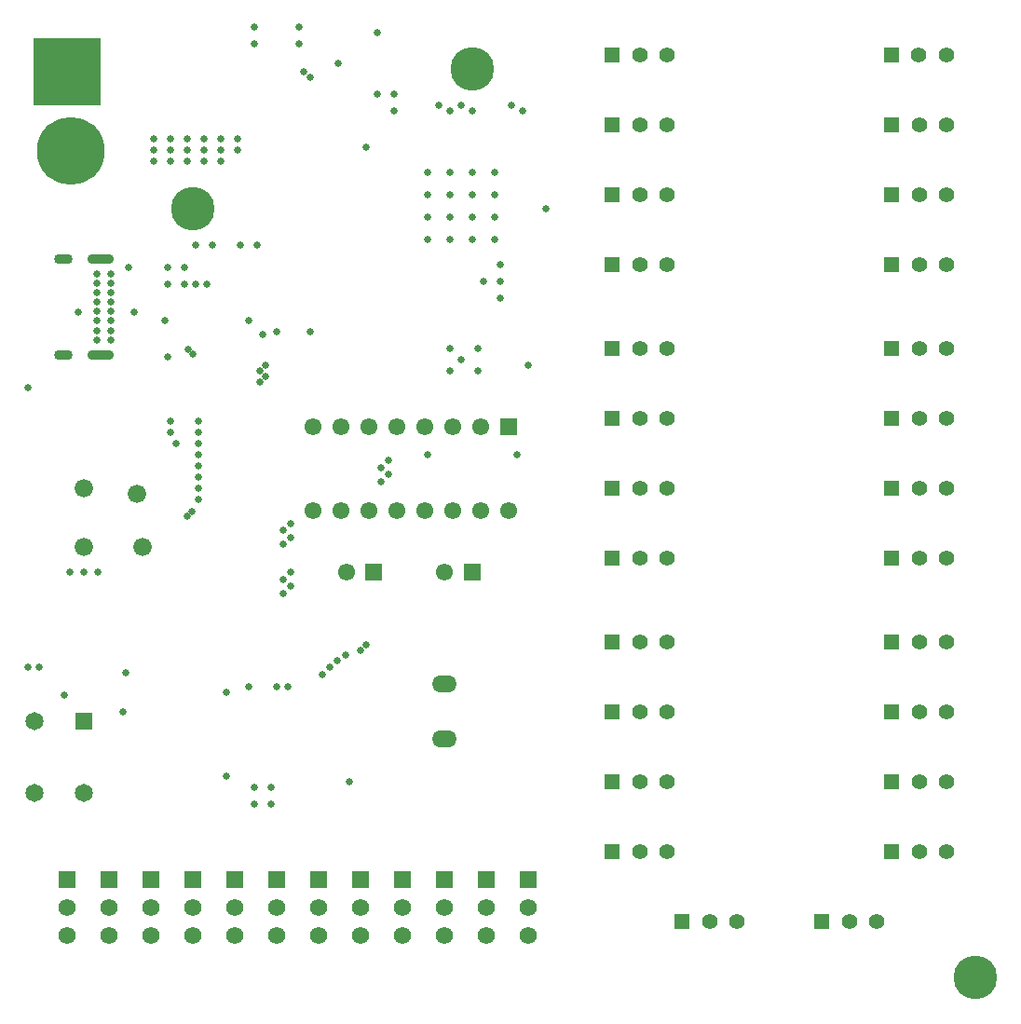
<source format=gbs>
G04*
G04 #@! TF.GenerationSoftware,Altium Limited,Altium Designer,21.7.2 (23)*
G04*
G04 Layer_Color=16711935*
%FSLAX25Y25*%
%MOIN*%
G70*
G04*
G04 #@! TF.SameCoordinates,5233C9E9-E8BD-4DB4-A303-C3663256A2A9*
G04*
G04*
G04 #@! TF.FilePolarity,Negative*
G04*
G01*
G75*
%ADD63C,0.06591*%
%ADD64C,0.15591*%
%ADD65R,0.24213X0.24213*%
%ADD66R,0.06102X0.06102*%
%ADD67C,0.06102*%
%ADD68R,0.06496X0.06496*%
%ADD69C,0.06496*%
%ADD70C,0.06181*%
%ADD71R,0.06181X0.06181*%
%ADD72O,0.08858X0.06102*%
%ADD73C,0.05512*%
%ADD74R,0.05512X0.05512*%
%ADD75C,0.02559*%
G04:AMPARAMS|DCode=76|XSize=35.43mil|YSize=94.49mil|CornerRadius=17.72mil|HoleSize=0mil|Usage=FLASHONLY|Rotation=270.000|XOffset=0mil|YOffset=0mil|HoleType=Round|Shape=RoundedRectangle|*
%AMROUNDEDRECTD76*
21,1,0.03543,0.05906,0,0,270.0*
21,1,0.00000,0.09449,0,0,270.0*
1,1,0.03543,-0.02953,0.00000*
1,1,0.03543,-0.02953,0.00000*
1,1,0.03543,0.02953,0.00000*
1,1,0.03543,0.02953,0.00000*
%
%ADD76ROUNDEDRECTD76*%
G04:AMPARAMS|DCode=77|XSize=35.43mil|YSize=66.93mil|CornerRadius=17.72mil|HoleSize=0mil|Usage=FLASHONLY|Rotation=270.000|XOffset=0mil|YOffset=0mil|HoleType=Round|Shape=RoundedRectangle|*
%AMROUNDEDRECTD77*
21,1,0.03543,0.03150,0,0,270.0*
21,1,0.00000,0.06693,0,0,270.0*
1,1,0.03543,-0.01575,0.00000*
1,1,0.03543,-0.01575,0.00000*
1,1,0.03543,0.01575,0.00000*
1,1,0.03543,0.01575,0.00000*
%
%ADD77ROUNDEDRECTD77*%
%ADD78C,0.24213*%
%ADD79C,0.06102*%
%ADD80R,0.06102X0.06102*%
D63*
X170000Y278000D02*
D03*
X172000Y259000D02*
D03*
X151000Y280000D02*
D03*
Y259000D02*
D03*
D64*
X470000Y105000D02*
D03*
X190000Y380000D02*
D03*
X290000Y430000D02*
D03*
D65*
X145000Y429173D02*
D03*
D66*
X303000Y302000D02*
D03*
D67*
X293000D02*
D03*
X283000D02*
D03*
X273000D02*
D03*
X263000D02*
D03*
X253000D02*
D03*
X243000D02*
D03*
X233000D02*
D03*
X303000Y272000D02*
D03*
X293000D02*
D03*
X283000D02*
D03*
X273000D02*
D03*
X263000D02*
D03*
X253000D02*
D03*
X243000D02*
D03*
X233000D02*
D03*
D68*
X151161Y196795D02*
D03*
D69*
X133445D02*
D03*
Y171205D02*
D03*
X151161D02*
D03*
D70*
X265000Y120000D02*
D03*
Y130000D02*
D03*
X235000Y120000D02*
D03*
Y130000D02*
D03*
X250000Y120000D02*
D03*
Y130000D02*
D03*
X205000Y120000D02*
D03*
Y130000D02*
D03*
X220000Y120000D02*
D03*
Y130000D02*
D03*
X190000Y120000D02*
D03*
Y130000D02*
D03*
X145000Y120000D02*
D03*
Y130000D02*
D03*
X160000Y120000D02*
D03*
Y130000D02*
D03*
X175000Y120000D02*
D03*
Y130000D02*
D03*
X310000Y120000D02*
D03*
Y130000D02*
D03*
X295000Y120000D02*
D03*
Y130000D02*
D03*
X280000Y120000D02*
D03*
Y130000D02*
D03*
D71*
X265000Y140000D02*
D03*
X235000D02*
D03*
X250000D02*
D03*
X205000D02*
D03*
X220000D02*
D03*
X190000D02*
D03*
X145000D02*
D03*
X160000D02*
D03*
X175000D02*
D03*
X310000D02*
D03*
X295000D02*
D03*
X280000D02*
D03*
D72*
Y210000D02*
D03*
Y190315D02*
D03*
D73*
X459685Y435000D02*
D03*
X449843D02*
D03*
X459842Y410000D02*
D03*
X450000D02*
D03*
X459842Y385000D02*
D03*
X450000D02*
D03*
X459842Y360000D02*
D03*
X450000D02*
D03*
X359842Y255000D02*
D03*
X350000D02*
D03*
X359842Y280000D02*
D03*
X350000D02*
D03*
X359842Y330000D02*
D03*
X350000D02*
D03*
X359842Y305000D02*
D03*
X350000D02*
D03*
X359842Y225000D02*
D03*
X350000D02*
D03*
X359842Y200000D02*
D03*
X350000D02*
D03*
X359842Y175000D02*
D03*
X350000D02*
D03*
X359842Y150000D02*
D03*
X350000D02*
D03*
X359842Y385000D02*
D03*
X350000D02*
D03*
X359842Y435000D02*
D03*
X350000D02*
D03*
X359842Y410000D02*
D03*
X350000D02*
D03*
X359842Y360000D02*
D03*
X350000D02*
D03*
X459842Y150000D02*
D03*
X450000D02*
D03*
X459842Y175000D02*
D03*
X450000D02*
D03*
X434842Y125000D02*
D03*
X425000D02*
D03*
X384842D02*
D03*
X375000D02*
D03*
X459842Y280000D02*
D03*
X450000D02*
D03*
X459842Y255000D02*
D03*
X450000D02*
D03*
X459842Y225000D02*
D03*
X450000D02*
D03*
X459842Y200000D02*
D03*
X450000D02*
D03*
X459842Y305000D02*
D03*
X450000D02*
D03*
X459842Y330000D02*
D03*
X450000D02*
D03*
D74*
X440000Y435000D02*
D03*
X440158Y410000D02*
D03*
Y385000D02*
D03*
Y360000D02*
D03*
X340158Y255000D02*
D03*
Y280000D02*
D03*
Y330000D02*
D03*
Y305000D02*
D03*
Y225000D02*
D03*
Y200000D02*
D03*
Y175000D02*
D03*
Y150000D02*
D03*
Y385000D02*
D03*
Y435000D02*
D03*
Y410000D02*
D03*
Y360000D02*
D03*
X440158Y150000D02*
D03*
Y175000D02*
D03*
X415158Y125000D02*
D03*
X365158D02*
D03*
X440158Y280000D02*
D03*
Y255000D02*
D03*
Y225000D02*
D03*
Y200000D02*
D03*
Y305000D02*
D03*
Y330000D02*
D03*
D75*
X155532Y356713D02*
D03*
Y353366D02*
D03*
Y350020D02*
D03*
Y346673D02*
D03*
Y343327D02*
D03*
Y339980D02*
D03*
Y336634D02*
D03*
Y333287D02*
D03*
X160846D02*
D03*
Y336634D02*
D03*
Y339980D02*
D03*
Y343327D02*
D03*
Y346673D02*
D03*
Y350020D02*
D03*
Y353366D02*
D03*
Y356713D02*
D03*
X308000Y415000D02*
D03*
X304000Y417000D02*
D03*
X176000Y397000D02*
D03*
Y401000D02*
D03*
Y405000D02*
D03*
X156000Y250000D02*
D03*
X151000D02*
D03*
X146000D02*
D03*
X184000Y296000D02*
D03*
X192000Y304000D02*
D03*
X182000Y300000D02*
D03*
Y304000D02*
D03*
X241969Y432030D02*
D03*
X252000Y402000D02*
D03*
X274000Y292000D02*
D03*
X306000D02*
D03*
X188254Y329746D02*
D03*
X190084Y328000D02*
D03*
X189745Y271745D02*
D03*
X188000Y270000D02*
D03*
X180000Y340000D02*
D03*
X214000Y318000D02*
D03*
X216000Y320000D02*
D03*
X214000Y322000D02*
D03*
X216000Y324000D02*
D03*
X252000Y224000D02*
D03*
X250000Y222000D02*
D03*
X239016Y215984D02*
D03*
X244528Y220472D02*
D03*
X222500Y242500D02*
D03*
X225000Y245000D02*
D03*
X222500Y247500D02*
D03*
X225000Y250000D02*
D03*
X222500Y260000D02*
D03*
X225000Y262500D02*
D03*
X222500Y265000D02*
D03*
X225000Y267500D02*
D03*
X257500Y282500D02*
D03*
X260000Y285000D02*
D03*
Y290000D02*
D03*
X257500Y287500D02*
D03*
X292000Y322000D02*
D03*
X282000D02*
D03*
X286000Y326000D02*
D03*
X294000Y354010D02*
D03*
X300000D02*
D03*
X274000Y377000D02*
D03*
X290000D02*
D03*
X282000D02*
D03*
X298000D02*
D03*
X300000Y360000D02*
D03*
X274000Y369000D02*
D03*
X290000D02*
D03*
X282000D02*
D03*
X298000D02*
D03*
X290000Y385000D02*
D03*
X298000D02*
D03*
Y393000D02*
D03*
X236457Y213543D02*
D03*
X241575Y218425D02*
D03*
X192000Y276000D02*
D03*
Y280000D02*
D03*
Y284000D02*
D03*
Y288000D02*
D03*
Y292000D02*
D03*
Y296000D02*
D03*
Y300000D02*
D03*
X215000Y335000D02*
D03*
X144000Y206000D02*
D03*
X166000Y214000D02*
D03*
X165000Y200000D02*
D03*
X224000Y209000D02*
D03*
X218000Y167000D02*
D03*
X220000Y209000D02*
D03*
X210000D02*
D03*
X212000Y173000D02*
D03*
X218000D02*
D03*
X246000Y175000D02*
D03*
X202000Y177000D02*
D03*
X212000Y167000D02*
D03*
X202000Y207000D02*
D03*
X131000Y316000D02*
D03*
Y216000D02*
D03*
X135000D02*
D03*
X232000Y336000D02*
D03*
X220000D02*
D03*
X210000Y340000D02*
D03*
X316405Y380188D02*
D03*
X310000Y324000D02*
D03*
X282000Y330000D02*
D03*
X292000D02*
D03*
X300000Y348000D02*
D03*
X197000Y367000D02*
D03*
X191000D02*
D03*
X207000D02*
D03*
X213000D02*
D03*
X195000Y353000D02*
D03*
X187000Y359000D02*
D03*
Y353000D02*
D03*
X191000D02*
D03*
X181000Y327000D02*
D03*
Y353000D02*
D03*
Y359000D02*
D03*
X167000D02*
D03*
X149000Y343000D02*
D03*
X169000D02*
D03*
X256000Y421000D02*
D03*
X262000D02*
D03*
Y415000D02*
D03*
X290000D02*
D03*
X282000D02*
D03*
X278000Y417000D02*
D03*
X286000D02*
D03*
X274000Y385000D02*
D03*
Y393000D02*
D03*
X290000D02*
D03*
X282000D02*
D03*
Y385000D02*
D03*
X200000Y397000D02*
D03*
X194000D02*
D03*
X188000D02*
D03*
X182000D02*
D03*
Y401000D02*
D03*
X188000D02*
D03*
X194000D02*
D03*
X200000D02*
D03*
X206000D02*
D03*
Y405000D02*
D03*
X200000D02*
D03*
X194000D02*
D03*
X188000D02*
D03*
X182000D02*
D03*
X212000Y439000D02*
D03*
Y445000D02*
D03*
X228000D02*
D03*
Y439000D02*
D03*
X256000Y443000D02*
D03*
X232000Y427000D02*
D03*
X229720Y429000D02*
D03*
D76*
X156988Y327972D02*
D03*
Y362028D02*
D03*
D77*
X143681Y327972D02*
D03*
Y362028D02*
D03*
D78*
X146201Y400827D02*
D03*
D79*
X280157Y250000D02*
D03*
X245000D02*
D03*
D80*
X290000D02*
D03*
X254842D02*
D03*
M02*

</source>
